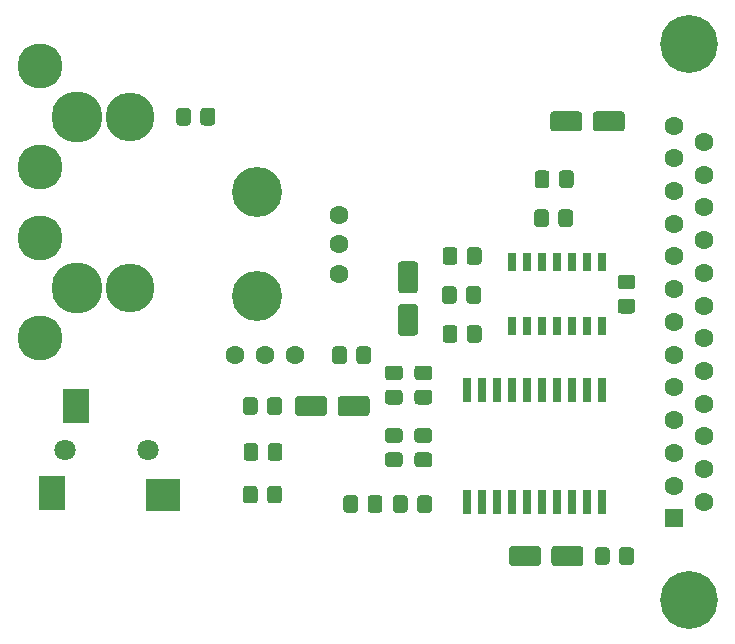
<source format=gbr>
%TF.GenerationSoftware,KiCad,Pcbnew,(5.1.6)-1*%
%TF.CreationDate,2022-10-11T10:20:53-04:00*%
%TF.ProjectId,AP420-renewed,41503432-302d-4726-956e-657765642e6b,rev?*%
%TF.SameCoordinates,Original*%
%TF.FileFunction,Soldermask,Top*%
%TF.FilePolarity,Negative*%
%FSLAX46Y46*%
G04 Gerber Fmt 4.6, Leading zero omitted, Abs format (unit mm)*
G04 Created by KiCad (PCBNEW (5.1.6)-1) date 2022-10-11 10:20:53*
%MOMM*%
%LPD*%
G01*
G04 APERTURE LIST*
%ADD10R,0.750000X2.050000*%
%ADD11R,1.600000X1.600000*%
%ADD12C,1.600000*%
%ADD13C,4.900000*%
%ADD14R,2.300000X2.900000*%
%ADD15R,2.900000X2.700000*%
%ADD16C,1.800000*%
%ADD17C,4.330000*%
%ADD18C,4.135000*%
%ADD19C,3.820000*%
%ADD20R,0.750000X1.625000*%
%ADD21C,4.249000*%
G04 APERTURE END LIST*
%TO.C,C1*%
G36*
G01*
X189550000Y-89615625D02*
X189550000Y-90784375D01*
G75*
G02*
X189284375Y-91050000I-265625J0D01*
G01*
X187115625Y-91050000D01*
G75*
G02*
X186850000Y-90784375I0J265625D01*
G01*
X186850000Y-89615625D01*
G75*
G02*
X187115625Y-89350000I265625J0D01*
G01*
X189284375Y-89350000D01*
G75*
G02*
X189550000Y-89615625I0J-265625D01*
G01*
G37*
G36*
G01*
X185950000Y-89615625D02*
X185950000Y-90784375D01*
G75*
G02*
X185684375Y-91050000I-265625J0D01*
G01*
X183515625Y-91050000D01*
G75*
G02*
X183250000Y-90784375I0J265625D01*
G01*
X183250000Y-89615625D01*
G75*
G02*
X183515625Y-89350000I265625J0D01*
G01*
X185684375Y-89350000D01*
G75*
G02*
X185950000Y-89615625I0J-265625D01*
G01*
G37*
%TD*%
%TO.C,C2*%
G36*
G01*
X196925000Y-80321738D02*
X196925000Y-81278262D01*
G75*
G02*
X196653262Y-81550000I-271738J0D01*
G01*
X195946738Y-81550000D01*
G75*
G02*
X195675000Y-81278262I0J271738D01*
G01*
X195675000Y-80321738D01*
G75*
G02*
X195946738Y-80050000I271738J0D01*
G01*
X196653262Y-80050000D01*
G75*
G02*
X196925000Y-80321738I0J-271738D01*
G01*
G37*
G36*
G01*
X198975000Y-80321738D02*
X198975000Y-81278262D01*
G75*
G02*
X198703262Y-81550000I-271738J0D01*
G01*
X197996738Y-81550000D01*
G75*
G02*
X197725000Y-81278262I0J271738D01*
G01*
X197725000Y-80321738D01*
G75*
G02*
X197996738Y-80050000I271738J0D01*
G01*
X198703262Y-80050000D01*
G75*
G02*
X198975000Y-80321738I0J-271738D01*
G01*
G37*
%TD*%
%TO.C,C3*%
G36*
G01*
X207550000Y-65515625D02*
X207550000Y-66684375D01*
G75*
G02*
X207284375Y-66950000I-265625J0D01*
G01*
X205115625Y-66950000D01*
G75*
G02*
X204850000Y-66684375I0J265625D01*
G01*
X204850000Y-65515625D01*
G75*
G02*
X205115625Y-65250000I265625J0D01*
G01*
X207284375Y-65250000D01*
G75*
G02*
X207550000Y-65515625I0J-265625D01*
G01*
G37*
G36*
G01*
X211150000Y-65515625D02*
X211150000Y-66684375D01*
G75*
G02*
X210884375Y-66950000I-265625J0D01*
G01*
X208715625Y-66950000D01*
G75*
G02*
X208450000Y-66684375I0J265625D01*
G01*
X208450000Y-65515625D01*
G75*
G02*
X208715625Y-65250000I265625J0D01*
G01*
X210884375Y-65250000D01*
G75*
G02*
X211150000Y-65515625I0J-265625D01*
G01*
G37*
%TD*%
%TO.C,C4*%
G36*
G01*
X204050000Y-102315625D02*
X204050000Y-103484375D01*
G75*
G02*
X203784375Y-103750000I-265625J0D01*
G01*
X201615625Y-103750000D01*
G75*
G02*
X201350000Y-103484375I0J265625D01*
G01*
X201350000Y-102315625D01*
G75*
G02*
X201615625Y-102050000I265625J0D01*
G01*
X203784375Y-102050000D01*
G75*
G02*
X204050000Y-102315625I0J-265625D01*
G01*
G37*
G36*
G01*
X207650000Y-102315625D02*
X207650000Y-103484375D01*
G75*
G02*
X207384375Y-103750000I-265625J0D01*
G01*
X205215625Y-103750000D01*
G75*
G02*
X204950000Y-103484375I0J265625D01*
G01*
X204950000Y-102315625D01*
G75*
G02*
X205215625Y-102050000I265625J0D01*
G01*
X207384375Y-102050000D01*
G75*
G02*
X207650000Y-102315625I0J-265625D01*
G01*
G37*
%TD*%
%TO.C,C5*%
G36*
G01*
X191121738Y-92075000D02*
X192078262Y-92075000D01*
G75*
G02*
X192350000Y-92346738I0J-271738D01*
G01*
X192350000Y-93053262D01*
G75*
G02*
X192078262Y-93325000I-271738J0D01*
G01*
X191121738Y-93325000D01*
G75*
G02*
X190850000Y-93053262I0J271738D01*
G01*
X190850000Y-92346738D01*
G75*
G02*
X191121738Y-92075000I271738J0D01*
G01*
G37*
G36*
G01*
X191121738Y-94125000D02*
X192078262Y-94125000D01*
G75*
G02*
X192350000Y-94396738I0J-271738D01*
G01*
X192350000Y-95103262D01*
G75*
G02*
X192078262Y-95375000I-271738J0D01*
G01*
X191121738Y-95375000D01*
G75*
G02*
X190850000Y-95103262I0J271738D01*
G01*
X190850000Y-94396738D01*
G75*
G02*
X191121738Y-94125000I271738J0D01*
G01*
G37*
%TD*%
%TO.C,C6*%
G36*
G01*
X193384375Y-84250000D02*
X192215625Y-84250000D01*
G75*
G02*
X191950000Y-83984375I0J265625D01*
G01*
X191950000Y-81815625D01*
G75*
G02*
X192215625Y-81550000I265625J0D01*
G01*
X193384375Y-81550000D01*
G75*
G02*
X193650000Y-81815625I0J-265625D01*
G01*
X193650000Y-83984375D01*
G75*
G02*
X193384375Y-84250000I-265625J0D01*
G01*
G37*
G36*
G01*
X193384375Y-80650000D02*
X192215625Y-80650000D01*
G75*
G02*
X191950000Y-80384375I0J265625D01*
G01*
X191950000Y-78215625D01*
G75*
G02*
X192215625Y-77950000I265625J0D01*
G01*
X193384375Y-77950000D01*
G75*
G02*
X193650000Y-78215625I0J-265625D01*
G01*
X193650000Y-80384375D01*
G75*
G02*
X193384375Y-80650000I-265625J0D01*
G01*
G37*
%TD*%
D10*
%TO.C,IC2*%
X209215000Y-88875000D03*
X207945000Y-88875000D03*
X206675000Y-88875000D03*
X205405000Y-88875000D03*
X204135000Y-88875000D03*
X202865000Y-88875000D03*
X201595000Y-88875000D03*
X200325000Y-88875000D03*
X199055000Y-88875000D03*
X197785000Y-88875000D03*
X197785000Y-98325000D03*
X199055000Y-98325000D03*
X200325000Y-98325000D03*
X201595000Y-98325000D03*
X202865000Y-98325000D03*
X204135000Y-98325000D03*
X205405000Y-98325000D03*
X206675000Y-98325000D03*
X207945000Y-98325000D03*
X209215000Y-98325000D03*
%TD*%
D11*
%TO.C,J0*%
X215300000Y-99700000D03*
D12*
X215300000Y-96930000D03*
X215300000Y-94160000D03*
X215300000Y-91390000D03*
X215300000Y-88620000D03*
X215300000Y-85850000D03*
X215300000Y-83080000D03*
X215300000Y-80310000D03*
X215300000Y-77540000D03*
X215300000Y-74770000D03*
X215300000Y-72000000D03*
X215300000Y-69230000D03*
X215300000Y-66460000D03*
X217840000Y-98315000D03*
X217840000Y-95545000D03*
X217840000Y-92775000D03*
X217840000Y-90005000D03*
X217840000Y-87235000D03*
X217840000Y-84465000D03*
X217840000Y-81695000D03*
X217840000Y-78925000D03*
X217840000Y-76155000D03*
X217840000Y-73385000D03*
X217840000Y-70615000D03*
X217840000Y-67845000D03*
D13*
X216570000Y-106600000D03*
X216570000Y-59560000D03*
%TD*%
D14*
%TO.C,J1*%
X162700000Y-97600000D03*
D15*
X172100000Y-97700000D03*
D14*
X164700000Y-90200000D03*
D16*
X163800000Y-93900000D03*
X170800000Y-93900000D03*
%TD*%
D17*
%TO.C,J2*%
X164800000Y-65700000D03*
D18*
X169300000Y-65700000D03*
D19*
X161650000Y-69950000D03*
X161650000Y-61450000D03*
%TD*%
D17*
%TO.C,J3*%
X164800000Y-80200000D03*
D18*
X169300000Y-80200000D03*
D19*
X161650000Y-84450000D03*
X161650000Y-75950000D03*
%TD*%
%TO.C,R0*%
G36*
G01*
X178825000Y-90678262D02*
X178825000Y-89721738D01*
G75*
G02*
X179096738Y-89450000I271738J0D01*
G01*
X179803262Y-89450000D01*
G75*
G02*
X180075000Y-89721738I0J-271738D01*
G01*
X180075000Y-90678262D01*
G75*
G02*
X179803262Y-90950000I-271738J0D01*
G01*
X179096738Y-90950000D01*
G75*
G02*
X178825000Y-90678262I0J271738D01*
G01*
G37*
G36*
G01*
X180875000Y-90678262D02*
X180875000Y-89721738D01*
G75*
G02*
X181146738Y-89450000I271738J0D01*
G01*
X181853262Y-89450000D01*
G75*
G02*
X182125000Y-89721738I0J-271738D01*
G01*
X182125000Y-90678262D01*
G75*
G02*
X181853262Y-90950000I-271738J0D01*
G01*
X181146738Y-90950000D01*
G75*
G02*
X180875000Y-90678262I0J271738D01*
G01*
G37*
%TD*%
%TO.C,R1*%
G36*
G01*
X180875000Y-98178262D02*
X180875000Y-97221738D01*
G75*
G02*
X181146738Y-96950000I271738J0D01*
G01*
X181853262Y-96950000D01*
G75*
G02*
X182125000Y-97221738I0J-271738D01*
G01*
X182125000Y-98178262D01*
G75*
G02*
X181853262Y-98450000I-271738J0D01*
G01*
X181146738Y-98450000D01*
G75*
G02*
X180875000Y-98178262I0J271738D01*
G01*
G37*
G36*
G01*
X178825000Y-98178262D02*
X178825000Y-97221738D01*
G75*
G02*
X179096738Y-96950000I271738J0D01*
G01*
X179803262Y-96950000D01*
G75*
G02*
X180075000Y-97221738I0J-271738D01*
G01*
X180075000Y-98178262D01*
G75*
G02*
X179803262Y-98450000I-271738J0D01*
G01*
X179096738Y-98450000D01*
G75*
G02*
X178825000Y-98178262I0J271738D01*
G01*
G37*
%TD*%
%TO.C,R2*%
G36*
G01*
X208625000Y-103378262D02*
X208625000Y-102421738D01*
G75*
G02*
X208896738Y-102150000I271738J0D01*
G01*
X209603262Y-102150000D01*
G75*
G02*
X209875000Y-102421738I0J-271738D01*
G01*
X209875000Y-103378262D01*
G75*
G02*
X209603262Y-103650000I-271738J0D01*
G01*
X208896738Y-103650000D01*
G75*
G02*
X208625000Y-103378262I0J271738D01*
G01*
G37*
G36*
G01*
X210675000Y-103378262D02*
X210675000Y-102421738D01*
G75*
G02*
X210946738Y-102150000I271738J0D01*
G01*
X211653262Y-102150000D01*
G75*
G02*
X211925000Y-102421738I0J-271738D01*
G01*
X211925000Y-103378262D01*
G75*
G02*
X211653262Y-103650000I-271738J0D01*
G01*
X210946738Y-103650000D01*
G75*
G02*
X210675000Y-103378262I0J271738D01*
G01*
G37*
%TD*%
%TO.C,R3*%
G36*
G01*
X188575000Y-98021738D02*
X188575000Y-98978262D01*
G75*
G02*
X188303262Y-99250000I-271738J0D01*
G01*
X187596738Y-99250000D01*
G75*
G02*
X187325000Y-98978262I0J271738D01*
G01*
X187325000Y-98021738D01*
G75*
G02*
X187596738Y-97750000I271738J0D01*
G01*
X188303262Y-97750000D01*
G75*
G02*
X188575000Y-98021738I0J-271738D01*
G01*
G37*
G36*
G01*
X190625000Y-98021738D02*
X190625000Y-98978262D01*
G75*
G02*
X190353262Y-99250000I-271738J0D01*
G01*
X189646738Y-99250000D01*
G75*
G02*
X189375000Y-98978262I0J271738D01*
G01*
X189375000Y-98021738D01*
G75*
G02*
X189646738Y-97750000I271738J0D01*
G01*
X190353262Y-97750000D01*
G75*
G02*
X190625000Y-98021738I0J-271738D01*
G01*
G37*
%TD*%
%TO.C,R4*%
G36*
G01*
X182175000Y-93621738D02*
X182175000Y-94578262D01*
G75*
G02*
X181903262Y-94850000I-271738J0D01*
G01*
X181196738Y-94850000D01*
G75*
G02*
X180925000Y-94578262I0J271738D01*
G01*
X180925000Y-93621738D01*
G75*
G02*
X181196738Y-93350000I271738J0D01*
G01*
X181903262Y-93350000D01*
G75*
G02*
X182175000Y-93621738I0J-271738D01*
G01*
G37*
G36*
G01*
X180125000Y-93621738D02*
X180125000Y-94578262D01*
G75*
G02*
X179853262Y-94850000I-271738J0D01*
G01*
X179146738Y-94850000D01*
G75*
G02*
X178875000Y-94578262I0J271738D01*
G01*
X178875000Y-93621738D01*
G75*
G02*
X179146738Y-93350000I271738J0D01*
G01*
X179853262Y-93350000D01*
G75*
G02*
X180125000Y-93621738I0J-271738D01*
G01*
G37*
%TD*%
%TO.C,R5*%
G36*
G01*
X197775000Y-84578262D02*
X197775000Y-83621738D01*
G75*
G02*
X198046738Y-83350000I271738J0D01*
G01*
X198753262Y-83350000D01*
G75*
G02*
X199025000Y-83621738I0J-271738D01*
G01*
X199025000Y-84578262D01*
G75*
G02*
X198753262Y-84850000I-271738J0D01*
G01*
X198046738Y-84850000D01*
G75*
G02*
X197775000Y-84578262I0J271738D01*
G01*
G37*
G36*
G01*
X195725000Y-84578262D02*
X195725000Y-83621738D01*
G75*
G02*
X195996738Y-83350000I271738J0D01*
G01*
X196703262Y-83350000D01*
G75*
G02*
X196975000Y-83621738I0J-271738D01*
G01*
X196975000Y-84578262D01*
G75*
G02*
X196703262Y-84850000I-271738J0D01*
G01*
X195996738Y-84850000D01*
G75*
G02*
X195725000Y-84578262I0J271738D01*
G01*
G37*
%TD*%
%TO.C,R6*%
G36*
G01*
X199025000Y-77021738D02*
X199025000Y-77978262D01*
G75*
G02*
X198753262Y-78250000I-271738J0D01*
G01*
X198046738Y-78250000D01*
G75*
G02*
X197775000Y-77978262I0J271738D01*
G01*
X197775000Y-77021738D01*
G75*
G02*
X198046738Y-76750000I271738J0D01*
G01*
X198753262Y-76750000D01*
G75*
G02*
X199025000Y-77021738I0J-271738D01*
G01*
G37*
G36*
G01*
X196975000Y-77021738D02*
X196975000Y-77978262D01*
G75*
G02*
X196703262Y-78250000I-271738J0D01*
G01*
X195996738Y-78250000D01*
G75*
G02*
X195725000Y-77978262I0J271738D01*
G01*
X195725000Y-77021738D01*
G75*
G02*
X195996738Y-76750000I271738J0D01*
G01*
X196703262Y-76750000D01*
G75*
G02*
X196975000Y-77021738I0J-271738D01*
G01*
G37*
%TD*%
%TO.C,R7*%
G36*
G01*
X192775000Y-98021738D02*
X192775000Y-98978262D01*
G75*
G02*
X192503262Y-99250000I-271738J0D01*
G01*
X191796738Y-99250000D01*
G75*
G02*
X191525000Y-98978262I0J271738D01*
G01*
X191525000Y-98021738D01*
G75*
G02*
X191796738Y-97750000I271738J0D01*
G01*
X192503262Y-97750000D01*
G75*
G02*
X192775000Y-98021738I0J-271738D01*
G01*
G37*
G36*
G01*
X194825000Y-98021738D02*
X194825000Y-98978262D01*
G75*
G02*
X194553262Y-99250000I-271738J0D01*
G01*
X193846738Y-99250000D01*
G75*
G02*
X193575000Y-98978262I0J271738D01*
G01*
X193575000Y-98021738D01*
G75*
G02*
X193846738Y-97750000I271738J0D01*
G01*
X194553262Y-97750000D01*
G75*
G02*
X194825000Y-98021738I0J-271738D01*
G01*
G37*
%TD*%
%TO.C,R8*%
G36*
G01*
X211778262Y-82375000D02*
X210821738Y-82375000D01*
G75*
G02*
X210550000Y-82103262I0J271738D01*
G01*
X210550000Y-81396738D01*
G75*
G02*
X210821738Y-81125000I271738J0D01*
G01*
X211778262Y-81125000D01*
G75*
G02*
X212050000Y-81396738I0J-271738D01*
G01*
X212050000Y-82103262D01*
G75*
G02*
X211778262Y-82375000I-271738J0D01*
G01*
G37*
G36*
G01*
X211778262Y-80325000D02*
X210821738Y-80325000D01*
G75*
G02*
X210550000Y-80053262I0J271738D01*
G01*
X210550000Y-79346738D01*
G75*
G02*
X210821738Y-79075000I271738J0D01*
G01*
X211778262Y-79075000D01*
G75*
G02*
X212050000Y-79346738I0J-271738D01*
G01*
X212050000Y-80053262D01*
G75*
G02*
X211778262Y-80325000I-271738J0D01*
G01*
G37*
%TD*%
%TO.C,R9*%
G36*
G01*
X194578262Y-88025000D02*
X193621738Y-88025000D01*
G75*
G02*
X193350000Y-87753262I0J271738D01*
G01*
X193350000Y-87046738D01*
G75*
G02*
X193621738Y-86775000I271738J0D01*
G01*
X194578262Y-86775000D01*
G75*
G02*
X194850000Y-87046738I0J-271738D01*
G01*
X194850000Y-87753262D01*
G75*
G02*
X194578262Y-88025000I-271738J0D01*
G01*
G37*
G36*
G01*
X194578262Y-90075000D02*
X193621738Y-90075000D01*
G75*
G02*
X193350000Y-89803262I0J271738D01*
G01*
X193350000Y-89096738D01*
G75*
G02*
X193621738Y-88825000I271738J0D01*
G01*
X194578262Y-88825000D01*
G75*
G02*
X194850000Y-89096738I0J-271738D01*
G01*
X194850000Y-89803262D01*
G75*
G02*
X194578262Y-90075000I-271738J0D01*
G01*
G37*
%TD*%
%TO.C,R10*%
G36*
G01*
X191121738Y-86775000D02*
X192078262Y-86775000D01*
G75*
G02*
X192350000Y-87046738I0J-271738D01*
G01*
X192350000Y-87753262D01*
G75*
G02*
X192078262Y-88025000I-271738J0D01*
G01*
X191121738Y-88025000D01*
G75*
G02*
X190850000Y-87753262I0J271738D01*
G01*
X190850000Y-87046738D01*
G75*
G02*
X191121738Y-86775000I271738J0D01*
G01*
G37*
G36*
G01*
X191121738Y-88825000D02*
X192078262Y-88825000D01*
G75*
G02*
X192350000Y-89096738I0J-271738D01*
G01*
X192350000Y-89803262D01*
G75*
G02*
X192078262Y-90075000I-271738J0D01*
G01*
X191121738Y-90075000D01*
G75*
G02*
X190850000Y-89803262I0J271738D01*
G01*
X190850000Y-89096738D01*
G75*
G02*
X191121738Y-88825000I271738J0D01*
G01*
G37*
%TD*%
%TO.C,R11*%
G36*
G01*
X194578262Y-93325000D02*
X193621738Y-93325000D01*
G75*
G02*
X193350000Y-93053262I0J271738D01*
G01*
X193350000Y-92346738D01*
G75*
G02*
X193621738Y-92075000I271738J0D01*
G01*
X194578262Y-92075000D01*
G75*
G02*
X194850000Y-92346738I0J-271738D01*
G01*
X194850000Y-93053262D01*
G75*
G02*
X194578262Y-93325000I-271738J0D01*
G01*
G37*
G36*
G01*
X194578262Y-95375000D02*
X193621738Y-95375000D01*
G75*
G02*
X193350000Y-95103262I0J271738D01*
G01*
X193350000Y-94396738D01*
G75*
G02*
X193621738Y-94125000I271738J0D01*
G01*
X194578262Y-94125000D01*
G75*
G02*
X194850000Y-94396738I0J-271738D01*
G01*
X194850000Y-95103262D01*
G75*
G02*
X194578262Y-95375000I-271738J0D01*
G01*
G37*
%TD*%
%TO.C,R12*%
G36*
G01*
X188425000Y-86378262D02*
X188425000Y-85421738D01*
G75*
G02*
X188696738Y-85150000I271738J0D01*
G01*
X189403262Y-85150000D01*
G75*
G02*
X189675000Y-85421738I0J-271738D01*
G01*
X189675000Y-86378262D01*
G75*
G02*
X189403262Y-86650000I-271738J0D01*
G01*
X188696738Y-86650000D01*
G75*
G02*
X188425000Y-86378262I0J271738D01*
G01*
G37*
G36*
G01*
X186375000Y-86378262D02*
X186375000Y-85421738D01*
G75*
G02*
X186646738Y-85150000I271738J0D01*
G01*
X187353262Y-85150000D01*
G75*
G02*
X187625000Y-85421738I0J-271738D01*
G01*
X187625000Y-86378262D01*
G75*
G02*
X187353262Y-86650000I-271738J0D01*
G01*
X186646738Y-86650000D01*
G75*
G02*
X186375000Y-86378262I0J271738D01*
G01*
G37*
%TD*%
%TO.C,R13*%
G36*
G01*
X176475000Y-65221738D02*
X176475000Y-66178262D01*
G75*
G02*
X176203262Y-66450000I-271738J0D01*
G01*
X175496738Y-66450000D01*
G75*
G02*
X175225000Y-66178262I0J271738D01*
G01*
X175225000Y-65221738D01*
G75*
G02*
X175496738Y-64950000I271738J0D01*
G01*
X176203262Y-64950000D01*
G75*
G02*
X176475000Y-65221738I0J-271738D01*
G01*
G37*
G36*
G01*
X174425000Y-65221738D02*
X174425000Y-66178262D01*
G75*
G02*
X174153262Y-66450000I-271738J0D01*
G01*
X173446738Y-66450000D01*
G75*
G02*
X173175000Y-66178262I0J271738D01*
G01*
X173175000Y-65221738D01*
G75*
G02*
X173446738Y-64950000I271738J0D01*
G01*
X174153262Y-64950000D01*
G75*
G02*
X174425000Y-65221738I0J-271738D01*
G01*
G37*
%TD*%
%TO.C,R14*%
G36*
G01*
X204725000Y-73821738D02*
X204725000Y-74778262D01*
G75*
G02*
X204453262Y-75050000I-271738J0D01*
G01*
X203746738Y-75050000D01*
G75*
G02*
X203475000Y-74778262I0J271738D01*
G01*
X203475000Y-73821738D01*
G75*
G02*
X203746738Y-73550000I271738J0D01*
G01*
X204453262Y-73550000D01*
G75*
G02*
X204725000Y-73821738I0J-271738D01*
G01*
G37*
G36*
G01*
X206775000Y-73821738D02*
X206775000Y-74778262D01*
G75*
G02*
X206503262Y-75050000I-271738J0D01*
G01*
X205796738Y-75050000D01*
G75*
G02*
X205525000Y-74778262I0J271738D01*
G01*
X205525000Y-73821738D01*
G75*
G02*
X205796738Y-73550000I271738J0D01*
G01*
X206503262Y-73550000D01*
G75*
G02*
X206775000Y-73821738I0J-271738D01*
G01*
G37*
%TD*%
%TO.C,R15*%
G36*
G01*
X203525000Y-71478262D02*
X203525000Y-70521738D01*
G75*
G02*
X203796738Y-70250000I271738J0D01*
G01*
X204503262Y-70250000D01*
G75*
G02*
X204775000Y-70521738I0J-271738D01*
G01*
X204775000Y-71478262D01*
G75*
G02*
X204503262Y-71750000I-271738J0D01*
G01*
X203796738Y-71750000D01*
G75*
G02*
X203525000Y-71478262I0J271738D01*
G01*
G37*
G36*
G01*
X205575000Y-71478262D02*
X205575000Y-70521738D01*
G75*
G02*
X205846738Y-70250000I271738J0D01*
G01*
X206553262Y-70250000D01*
G75*
G02*
X206825000Y-70521738I0J-271738D01*
G01*
X206825000Y-71478262D01*
G75*
G02*
X206553262Y-71750000I-271738J0D01*
G01*
X205846738Y-71750000D01*
G75*
G02*
X205575000Y-71478262I0J271738D01*
G01*
G37*
%TD*%
D12*
%TO.C,S1*%
X180700000Y-85900000D03*
X183240000Y-85900000D03*
X178160000Y-85900000D03*
%TD*%
D20*
%TO.C,U1*%
X201590000Y-83412000D03*
X202860000Y-83412000D03*
X204130000Y-83412000D03*
X205400000Y-83412000D03*
X206670000Y-83412000D03*
X207940000Y-83412000D03*
X209210000Y-83412000D03*
X209210000Y-77988000D03*
X207940000Y-77988000D03*
X206670000Y-77988000D03*
X205400000Y-77988000D03*
X204130000Y-77988000D03*
X202860000Y-77988000D03*
X201590000Y-77988000D03*
%TD*%
D12*
%TO.C,VR1*%
X187000000Y-79000000D03*
X187000000Y-76500000D03*
X187000000Y-74000000D03*
D21*
X180000000Y-80900000D03*
X180000000Y-72100000D03*
%TD*%
M02*

</source>
